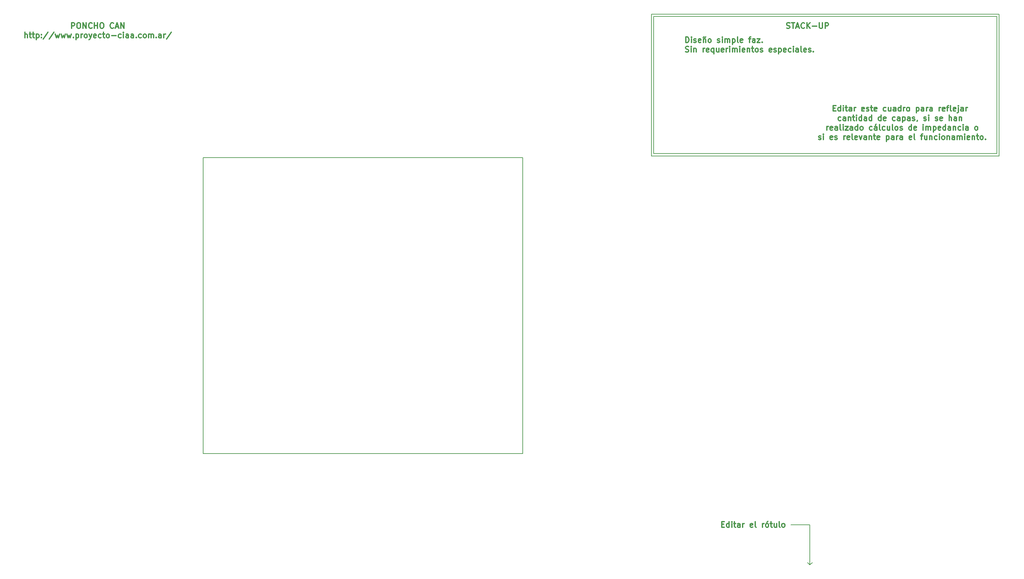
<source format=gbr>
G04 #@! TF.FileFunction,Drawing*
%FSLAX46Y46*%
G04 Gerber Fmt 4.6, Leading zero omitted, Abs format (unit mm)*
G04 Created by KiCad (PCBNEW 4.0.7-e2-6376~58~ubuntu16.04.1) date Thu Oct 11 01:20:23 2018*
%MOMM*%
%LPD*%
G01*
G04 APERTURE LIST*
%ADD10C,0.100000*%
%ADD11C,0.150000*%
%ADD12C,0.200000*%
%ADD13C,0.300000*%
G04 APERTURE END LIST*
D10*
D11*
X151500000Y-133950000D02*
X65800000Y-133950000D01*
X65800000Y-133950000D02*
X65800000Y-54395000D01*
X151500000Y-54395000D02*
X151500000Y-133950000D01*
X65800000Y-54395000D02*
X151500000Y-54395000D01*
D12*
X228600000Y-163830000D02*
X227965000Y-163195000D01*
X229235000Y-163195000D02*
X228600000Y-163830000D01*
X228600000Y-163830000D02*
X229235000Y-163195000D01*
X228600000Y-153035000D02*
X228600000Y-163830000D01*
X223520000Y-153035000D02*
X228600000Y-153035000D01*
D13*
X204931429Y-152927857D02*
X205431429Y-152927857D01*
X205645715Y-153713571D02*
X204931429Y-153713571D01*
X204931429Y-152213571D01*
X205645715Y-152213571D01*
X206931429Y-153713571D02*
X206931429Y-152213571D01*
X206931429Y-153642143D02*
X206788572Y-153713571D01*
X206502858Y-153713571D01*
X206360000Y-153642143D01*
X206288572Y-153570714D01*
X206217143Y-153427857D01*
X206217143Y-152999286D01*
X206288572Y-152856429D01*
X206360000Y-152785000D01*
X206502858Y-152713571D01*
X206788572Y-152713571D01*
X206931429Y-152785000D01*
X207645715Y-153713571D02*
X207645715Y-152713571D01*
X207645715Y-152213571D02*
X207574286Y-152285000D01*
X207645715Y-152356429D01*
X207717143Y-152285000D01*
X207645715Y-152213571D01*
X207645715Y-152356429D01*
X208145715Y-152713571D02*
X208717144Y-152713571D01*
X208360001Y-152213571D02*
X208360001Y-153499286D01*
X208431429Y-153642143D01*
X208574287Y-153713571D01*
X208717144Y-153713571D01*
X209860001Y-153713571D02*
X209860001Y-152927857D01*
X209788572Y-152785000D01*
X209645715Y-152713571D01*
X209360001Y-152713571D01*
X209217144Y-152785000D01*
X209860001Y-153642143D02*
X209717144Y-153713571D01*
X209360001Y-153713571D01*
X209217144Y-153642143D01*
X209145715Y-153499286D01*
X209145715Y-153356429D01*
X209217144Y-153213571D01*
X209360001Y-153142143D01*
X209717144Y-153142143D01*
X209860001Y-153070714D01*
X210574287Y-153713571D02*
X210574287Y-152713571D01*
X210574287Y-152999286D02*
X210645715Y-152856429D01*
X210717144Y-152785000D01*
X210860001Y-152713571D01*
X211002858Y-152713571D01*
X213217143Y-153642143D02*
X213074286Y-153713571D01*
X212788572Y-153713571D01*
X212645715Y-153642143D01*
X212574286Y-153499286D01*
X212574286Y-152927857D01*
X212645715Y-152785000D01*
X212788572Y-152713571D01*
X213074286Y-152713571D01*
X213217143Y-152785000D01*
X213288572Y-152927857D01*
X213288572Y-153070714D01*
X212574286Y-153213571D01*
X214145715Y-153713571D02*
X214002857Y-153642143D01*
X213931429Y-153499286D01*
X213931429Y-152213571D01*
X215860000Y-153713571D02*
X215860000Y-152713571D01*
X215860000Y-152999286D02*
X215931428Y-152856429D01*
X216002857Y-152785000D01*
X216145714Y-152713571D01*
X216288571Y-152713571D01*
X217002857Y-153713571D02*
X216859999Y-153642143D01*
X216788571Y-153570714D01*
X216717142Y-153427857D01*
X216717142Y-152999286D01*
X216788571Y-152856429D01*
X216859999Y-152785000D01*
X217002857Y-152713571D01*
X217217142Y-152713571D01*
X217359999Y-152785000D01*
X217431428Y-152856429D01*
X217502857Y-152999286D01*
X217502857Y-153427857D01*
X217431428Y-153570714D01*
X217359999Y-153642143D01*
X217217142Y-153713571D01*
X217002857Y-153713571D01*
X217288571Y-152142143D02*
X217074285Y-152356429D01*
X217931428Y-152713571D02*
X218502857Y-152713571D01*
X218145714Y-152213571D02*
X218145714Y-153499286D01*
X218217142Y-153642143D01*
X218360000Y-153713571D01*
X218502857Y-153713571D01*
X219645714Y-152713571D02*
X219645714Y-153713571D01*
X219002857Y-152713571D02*
X219002857Y-153499286D01*
X219074285Y-153642143D01*
X219217143Y-153713571D01*
X219431428Y-153713571D01*
X219574285Y-153642143D01*
X219645714Y-153570714D01*
X220574286Y-153713571D02*
X220431428Y-153642143D01*
X220360000Y-153499286D01*
X220360000Y-152213571D01*
X221360000Y-153713571D02*
X221217142Y-153642143D01*
X221145714Y-153570714D01*
X221074285Y-153427857D01*
X221074285Y-152999286D01*
X221145714Y-152856429D01*
X221217142Y-152785000D01*
X221360000Y-152713571D01*
X221574285Y-152713571D01*
X221717142Y-152785000D01*
X221788571Y-152856429D01*
X221860000Y-152999286D01*
X221860000Y-153427857D01*
X221788571Y-153570714D01*
X221717142Y-153642143D01*
X221574285Y-153713571D01*
X221360000Y-153713571D01*
X234865001Y-41152857D02*
X235365001Y-41152857D01*
X235579287Y-41938571D02*
X234865001Y-41938571D01*
X234865001Y-40438571D01*
X235579287Y-40438571D01*
X236865001Y-41938571D02*
X236865001Y-40438571D01*
X236865001Y-41867143D02*
X236722144Y-41938571D01*
X236436430Y-41938571D01*
X236293572Y-41867143D01*
X236222144Y-41795714D01*
X236150715Y-41652857D01*
X236150715Y-41224286D01*
X236222144Y-41081429D01*
X236293572Y-41010000D01*
X236436430Y-40938571D01*
X236722144Y-40938571D01*
X236865001Y-41010000D01*
X237579287Y-41938571D02*
X237579287Y-40938571D01*
X237579287Y-40438571D02*
X237507858Y-40510000D01*
X237579287Y-40581429D01*
X237650715Y-40510000D01*
X237579287Y-40438571D01*
X237579287Y-40581429D01*
X238079287Y-40938571D02*
X238650716Y-40938571D01*
X238293573Y-40438571D02*
X238293573Y-41724286D01*
X238365001Y-41867143D01*
X238507859Y-41938571D01*
X238650716Y-41938571D01*
X239793573Y-41938571D02*
X239793573Y-41152857D01*
X239722144Y-41010000D01*
X239579287Y-40938571D01*
X239293573Y-40938571D01*
X239150716Y-41010000D01*
X239793573Y-41867143D02*
X239650716Y-41938571D01*
X239293573Y-41938571D01*
X239150716Y-41867143D01*
X239079287Y-41724286D01*
X239079287Y-41581429D01*
X239150716Y-41438571D01*
X239293573Y-41367143D01*
X239650716Y-41367143D01*
X239793573Y-41295714D01*
X240507859Y-41938571D02*
X240507859Y-40938571D01*
X240507859Y-41224286D02*
X240579287Y-41081429D01*
X240650716Y-41010000D01*
X240793573Y-40938571D01*
X240936430Y-40938571D01*
X243150715Y-41867143D02*
X243007858Y-41938571D01*
X242722144Y-41938571D01*
X242579287Y-41867143D01*
X242507858Y-41724286D01*
X242507858Y-41152857D01*
X242579287Y-41010000D01*
X242722144Y-40938571D01*
X243007858Y-40938571D01*
X243150715Y-41010000D01*
X243222144Y-41152857D01*
X243222144Y-41295714D01*
X242507858Y-41438571D01*
X243793572Y-41867143D02*
X243936429Y-41938571D01*
X244222144Y-41938571D01*
X244365001Y-41867143D01*
X244436429Y-41724286D01*
X244436429Y-41652857D01*
X244365001Y-41510000D01*
X244222144Y-41438571D01*
X244007858Y-41438571D01*
X243865001Y-41367143D01*
X243793572Y-41224286D01*
X243793572Y-41152857D01*
X243865001Y-41010000D01*
X244007858Y-40938571D01*
X244222144Y-40938571D01*
X244365001Y-41010000D01*
X244865001Y-40938571D02*
X245436430Y-40938571D01*
X245079287Y-40438571D02*
X245079287Y-41724286D01*
X245150715Y-41867143D01*
X245293573Y-41938571D01*
X245436430Y-41938571D01*
X246507858Y-41867143D02*
X246365001Y-41938571D01*
X246079287Y-41938571D01*
X245936430Y-41867143D01*
X245865001Y-41724286D01*
X245865001Y-41152857D01*
X245936430Y-41010000D01*
X246079287Y-40938571D01*
X246365001Y-40938571D01*
X246507858Y-41010000D01*
X246579287Y-41152857D01*
X246579287Y-41295714D01*
X245865001Y-41438571D01*
X249007858Y-41867143D02*
X248865001Y-41938571D01*
X248579287Y-41938571D01*
X248436429Y-41867143D01*
X248365001Y-41795714D01*
X248293572Y-41652857D01*
X248293572Y-41224286D01*
X248365001Y-41081429D01*
X248436429Y-41010000D01*
X248579287Y-40938571D01*
X248865001Y-40938571D01*
X249007858Y-41010000D01*
X250293572Y-40938571D02*
X250293572Y-41938571D01*
X249650715Y-40938571D02*
X249650715Y-41724286D01*
X249722143Y-41867143D01*
X249865001Y-41938571D01*
X250079286Y-41938571D01*
X250222143Y-41867143D01*
X250293572Y-41795714D01*
X251650715Y-41938571D02*
X251650715Y-41152857D01*
X251579286Y-41010000D01*
X251436429Y-40938571D01*
X251150715Y-40938571D01*
X251007858Y-41010000D01*
X251650715Y-41867143D02*
X251507858Y-41938571D01*
X251150715Y-41938571D01*
X251007858Y-41867143D01*
X250936429Y-41724286D01*
X250936429Y-41581429D01*
X251007858Y-41438571D01*
X251150715Y-41367143D01*
X251507858Y-41367143D01*
X251650715Y-41295714D01*
X253007858Y-41938571D02*
X253007858Y-40438571D01*
X253007858Y-41867143D02*
X252865001Y-41938571D01*
X252579287Y-41938571D01*
X252436429Y-41867143D01*
X252365001Y-41795714D01*
X252293572Y-41652857D01*
X252293572Y-41224286D01*
X252365001Y-41081429D01*
X252436429Y-41010000D01*
X252579287Y-40938571D01*
X252865001Y-40938571D01*
X253007858Y-41010000D01*
X253722144Y-41938571D02*
X253722144Y-40938571D01*
X253722144Y-41224286D02*
X253793572Y-41081429D01*
X253865001Y-41010000D01*
X254007858Y-40938571D01*
X254150715Y-40938571D01*
X254865001Y-41938571D02*
X254722143Y-41867143D01*
X254650715Y-41795714D01*
X254579286Y-41652857D01*
X254579286Y-41224286D01*
X254650715Y-41081429D01*
X254722143Y-41010000D01*
X254865001Y-40938571D01*
X255079286Y-40938571D01*
X255222143Y-41010000D01*
X255293572Y-41081429D01*
X255365001Y-41224286D01*
X255365001Y-41652857D01*
X255293572Y-41795714D01*
X255222143Y-41867143D01*
X255079286Y-41938571D01*
X254865001Y-41938571D01*
X257150715Y-40938571D02*
X257150715Y-42438571D01*
X257150715Y-41010000D02*
X257293572Y-40938571D01*
X257579286Y-40938571D01*
X257722143Y-41010000D01*
X257793572Y-41081429D01*
X257865001Y-41224286D01*
X257865001Y-41652857D01*
X257793572Y-41795714D01*
X257722143Y-41867143D01*
X257579286Y-41938571D01*
X257293572Y-41938571D01*
X257150715Y-41867143D01*
X259150715Y-41938571D02*
X259150715Y-41152857D01*
X259079286Y-41010000D01*
X258936429Y-40938571D01*
X258650715Y-40938571D01*
X258507858Y-41010000D01*
X259150715Y-41867143D02*
X259007858Y-41938571D01*
X258650715Y-41938571D01*
X258507858Y-41867143D01*
X258436429Y-41724286D01*
X258436429Y-41581429D01*
X258507858Y-41438571D01*
X258650715Y-41367143D01*
X259007858Y-41367143D01*
X259150715Y-41295714D01*
X259865001Y-41938571D02*
X259865001Y-40938571D01*
X259865001Y-41224286D02*
X259936429Y-41081429D01*
X260007858Y-41010000D01*
X260150715Y-40938571D01*
X260293572Y-40938571D01*
X261436429Y-41938571D02*
X261436429Y-41152857D01*
X261365000Y-41010000D01*
X261222143Y-40938571D01*
X260936429Y-40938571D01*
X260793572Y-41010000D01*
X261436429Y-41867143D02*
X261293572Y-41938571D01*
X260936429Y-41938571D01*
X260793572Y-41867143D01*
X260722143Y-41724286D01*
X260722143Y-41581429D01*
X260793572Y-41438571D01*
X260936429Y-41367143D01*
X261293572Y-41367143D01*
X261436429Y-41295714D01*
X263293572Y-41938571D02*
X263293572Y-40938571D01*
X263293572Y-41224286D02*
X263365000Y-41081429D01*
X263436429Y-41010000D01*
X263579286Y-40938571D01*
X263722143Y-40938571D01*
X264793571Y-41867143D02*
X264650714Y-41938571D01*
X264365000Y-41938571D01*
X264222143Y-41867143D01*
X264150714Y-41724286D01*
X264150714Y-41152857D01*
X264222143Y-41010000D01*
X264365000Y-40938571D01*
X264650714Y-40938571D01*
X264793571Y-41010000D01*
X264865000Y-41152857D01*
X264865000Y-41295714D01*
X264150714Y-41438571D01*
X265293571Y-40938571D02*
X265865000Y-40938571D01*
X265507857Y-41938571D02*
X265507857Y-40652857D01*
X265579285Y-40510000D01*
X265722143Y-40438571D01*
X265865000Y-40438571D01*
X266579286Y-41938571D02*
X266436428Y-41867143D01*
X266365000Y-41724286D01*
X266365000Y-40438571D01*
X267722142Y-41867143D02*
X267579285Y-41938571D01*
X267293571Y-41938571D01*
X267150714Y-41867143D01*
X267079285Y-41724286D01*
X267079285Y-41152857D01*
X267150714Y-41010000D01*
X267293571Y-40938571D01*
X267579285Y-40938571D01*
X267722142Y-41010000D01*
X267793571Y-41152857D01*
X267793571Y-41295714D01*
X267079285Y-41438571D01*
X268436428Y-40938571D02*
X268436428Y-42224286D01*
X268364999Y-42367143D01*
X268222142Y-42438571D01*
X268150714Y-42438571D01*
X268436428Y-40438571D02*
X268364999Y-40510000D01*
X268436428Y-40581429D01*
X268507856Y-40510000D01*
X268436428Y-40438571D01*
X268436428Y-40581429D01*
X269793571Y-41938571D02*
X269793571Y-41152857D01*
X269722142Y-41010000D01*
X269579285Y-40938571D01*
X269293571Y-40938571D01*
X269150714Y-41010000D01*
X269793571Y-41867143D02*
X269650714Y-41938571D01*
X269293571Y-41938571D01*
X269150714Y-41867143D01*
X269079285Y-41724286D01*
X269079285Y-41581429D01*
X269150714Y-41438571D01*
X269293571Y-41367143D01*
X269650714Y-41367143D01*
X269793571Y-41295714D01*
X270507857Y-41938571D02*
X270507857Y-40938571D01*
X270507857Y-41224286D02*
X270579285Y-41081429D01*
X270650714Y-41010000D01*
X270793571Y-40938571D01*
X270936428Y-40938571D01*
X236900714Y-44417143D02*
X236757857Y-44488571D01*
X236472143Y-44488571D01*
X236329285Y-44417143D01*
X236257857Y-44345714D01*
X236186428Y-44202857D01*
X236186428Y-43774286D01*
X236257857Y-43631429D01*
X236329285Y-43560000D01*
X236472143Y-43488571D01*
X236757857Y-43488571D01*
X236900714Y-43560000D01*
X238186428Y-44488571D02*
X238186428Y-43702857D01*
X238114999Y-43560000D01*
X237972142Y-43488571D01*
X237686428Y-43488571D01*
X237543571Y-43560000D01*
X238186428Y-44417143D02*
X238043571Y-44488571D01*
X237686428Y-44488571D01*
X237543571Y-44417143D01*
X237472142Y-44274286D01*
X237472142Y-44131429D01*
X237543571Y-43988571D01*
X237686428Y-43917143D01*
X238043571Y-43917143D01*
X238186428Y-43845714D01*
X238900714Y-43488571D02*
X238900714Y-44488571D01*
X238900714Y-43631429D02*
X238972142Y-43560000D01*
X239115000Y-43488571D01*
X239329285Y-43488571D01*
X239472142Y-43560000D01*
X239543571Y-43702857D01*
X239543571Y-44488571D01*
X240043571Y-43488571D02*
X240615000Y-43488571D01*
X240257857Y-42988571D02*
X240257857Y-44274286D01*
X240329285Y-44417143D01*
X240472143Y-44488571D01*
X240615000Y-44488571D01*
X241115000Y-44488571D02*
X241115000Y-43488571D01*
X241115000Y-42988571D02*
X241043571Y-43060000D01*
X241115000Y-43131429D01*
X241186428Y-43060000D01*
X241115000Y-42988571D01*
X241115000Y-43131429D01*
X242472143Y-44488571D02*
X242472143Y-42988571D01*
X242472143Y-44417143D02*
X242329286Y-44488571D01*
X242043572Y-44488571D01*
X241900714Y-44417143D01*
X241829286Y-44345714D01*
X241757857Y-44202857D01*
X241757857Y-43774286D01*
X241829286Y-43631429D01*
X241900714Y-43560000D01*
X242043572Y-43488571D01*
X242329286Y-43488571D01*
X242472143Y-43560000D01*
X243829286Y-44488571D02*
X243829286Y-43702857D01*
X243757857Y-43560000D01*
X243615000Y-43488571D01*
X243329286Y-43488571D01*
X243186429Y-43560000D01*
X243829286Y-44417143D02*
X243686429Y-44488571D01*
X243329286Y-44488571D01*
X243186429Y-44417143D01*
X243115000Y-44274286D01*
X243115000Y-44131429D01*
X243186429Y-43988571D01*
X243329286Y-43917143D01*
X243686429Y-43917143D01*
X243829286Y-43845714D01*
X245186429Y-44488571D02*
X245186429Y-42988571D01*
X245186429Y-44417143D02*
X245043572Y-44488571D01*
X244757858Y-44488571D01*
X244615000Y-44417143D01*
X244543572Y-44345714D01*
X244472143Y-44202857D01*
X244472143Y-43774286D01*
X244543572Y-43631429D01*
X244615000Y-43560000D01*
X244757858Y-43488571D01*
X245043572Y-43488571D01*
X245186429Y-43560000D01*
X247686429Y-44488571D02*
X247686429Y-42988571D01*
X247686429Y-44417143D02*
X247543572Y-44488571D01*
X247257858Y-44488571D01*
X247115000Y-44417143D01*
X247043572Y-44345714D01*
X246972143Y-44202857D01*
X246972143Y-43774286D01*
X247043572Y-43631429D01*
X247115000Y-43560000D01*
X247257858Y-43488571D01*
X247543572Y-43488571D01*
X247686429Y-43560000D01*
X248972143Y-44417143D02*
X248829286Y-44488571D01*
X248543572Y-44488571D01*
X248400715Y-44417143D01*
X248329286Y-44274286D01*
X248329286Y-43702857D01*
X248400715Y-43560000D01*
X248543572Y-43488571D01*
X248829286Y-43488571D01*
X248972143Y-43560000D01*
X249043572Y-43702857D01*
X249043572Y-43845714D01*
X248329286Y-43988571D01*
X251472143Y-44417143D02*
X251329286Y-44488571D01*
X251043572Y-44488571D01*
X250900714Y-44417143D01*
X250829286Y-44345714D01*
X250757857Y-44202857D01*
X250757857Y-43774286D01*
X250829286Y-43631429D01*
X250900714Y-43560000D01*
X251043572Y-43488571D01*
X251329286Y-43488571D01*
X251472143Y-43560000D01*
X252757857Y-44488571D02*
X252757857Y-43702857D01*
X252686428Y-43560000D01*
X252543571Y-43488571D01*
X252257857Y-43488571D01*
X252115000Y-43560000D01*
X252757857Y-44417143D02*
X252615000Y-44488571D01*
X252257857Y-44488571D01*
X252115000Y-44417143D01*
X252043571Y-44274286D01*
X252043571Y-44131429D01*
X252115000Y-43988571D01*
X252257857Y-43917143D01*
X252615000Y-43917143D01*
X252757857Y-43845714D01*
X253472143Y-43488571D02*
X253472143Y-44988571D01*
X253472143Y-43560000D02*
X253615000Y-43488571D01*
X253900714Y-43488571D01*
X254043571Y-43560000D01*
X254115000Y-43631429D01*
X254186429Y-43774286D01*
X254186429Y-44202857D01*
X254115000Y-44345714D01*
X254043571Y-44417143D01*
X253900714Y-44488571D01*
X253615000Y-44488571D01*
X253472143Y-44417143D01*
X255472143Y-44488571D02*
X255472143Y-43702857D01*
X255400714Y-43560000D01*
X255257857Y-43488571D01*
X254972143Y-43488571D01*
X254829286Y-43560000D01*
X255472143Y-44417143D02*
X255329286Y-44488571D01*
X254972143Y-44488571D01*
X254829286Y-44417143D01*
X254757857Y-44274286D01*
X254757857Y-44131429D01*
X254829286Y-43988571D01*
X254972143Y-43917143D01*
X255329286Y-43917143D01*
X255472143Y-43845714D01*
X256115000Y-44417143D02*
X256257857Y-44488571D01*
X256543572Y-44488571D01*
X256686429Y-44417143D01*
X256757857Y-44274286D01*
X256757857Y-44202857D01*
X256686429Y-44060000D01*
X256543572Y-43988571D01*
X256329286Y-43988571D01*
X256186429Y-43917143D01*
X256115000Y-43774286D01*
X256115000Y-43702857D01*
X256186429Y-43560000D01*
X256329286Y-43488571D01*
X256543572Y-43488571D01*
X256686429Y-43560000D01*
X257472143Y-44417143D02*
X257472143Y-44488571D01*
X257400715Y-44631429D01*
X257329286Y-44702857D01*
X259186429Y-44417143D02*
X259329286Y-44488571D01*
X259615001Y-44488571D01*
X259757858Y-44417143D01*
X259829286Y-44274286D01*
X259829286Y-44202857D01*
X259757858Y-44060000D01*
X259615001Y-43988571D01*
X259400715Y-43988571D01*
X259257858Y-43917143D01*
X259186429Y-43774286D01*
X259186429Y-43702857D01*
X259257858Y-43560000D01*
X259400715Y-43488571D01*
X259615001Y-43488571D01*
X259757858Y-43560000D01*
X260472144Y-44488571D02*
X260472144Y-43488571D01*
X260472144Y-42988571D02*
X260400715Y-43060000D01*
X260472144Y-43131429D01*
X260543572Y-43060000D01*
X260472144Y-42988571D01*
X260472144Y-43131429D01*
X262257858Y-44417143D02*
X262400715Y-44488571D01*
X262686430Y-44488571D01*
X262829287Y-44417143D01*
X262900715Y-44274286D01*
X262900715Y-44202857D01*
X262829287Y-44060000D01*
X262686430Y-43988571D01*
X262472144Y-43988571D01*
X262329287Y-43917143D01*
X262257858Y-43774286D01*
X262257858Y-43702857D01*
X262329287Y-43560000D01*
X262472144Y-43488571D01*
X262686430Y-43488571D01*
X262829287Y-43560000D01*
X264115001Y-44417143D02*
X263972144Y-44488571D01*
X263686430Y-44488571D01*
X263543573Y-44417143D01*
X263472144Y-44274286D01*
X263472144Y-43702857D01*
X263543573Y-43560000D01*
X263686430Y-43488571D01*
X263972144Y-43488571D01*
X264115001Y-43560000D01*
X264186430Y-43702857D01*
X264186430Y-43845714D01*
X263472144Y-43988571D01*
X265972144Y-44488571D02*
X265972144Y-42988571D01*
X266615001Y-44488571D02*
X266615001Y-43702857D01*
X266543572Y-43560000D01*
X266400715Y-43488571D01*
X266186430Y-43488571D01*
X266043572Y-43560000D01*
X265972144Y-43631429D01*
X267972144Y-44488571D02*
X267972144Y-43702857D01*
X267900715Y-43560000D01*
X267757858Y-43488571D01*
X267472144Y-43488571D01*
X267329287Y-43560000D01*
X267972144Y-44417143D02*
X267829287Y-44488571D01*
X267472144Y-44488571D01*
X267329287Y-44417143D01*
X267257858Y-44274286D01*
X267257858Y-44131429D01*
X267329287Y-43988571D01*
X267472144Y-43917143D01*
X267829287Y-43917143D01*
X267972144Y-43845714D01*
X268686430Y-43488571D02*
X268686430Y-44488571D01*
X268686430Y-43631429D02*
X268757858Y-43560000D01*
X268900716Y-43488571D01*
X269115001Y-43488571D01*
X269257858Y-43560000D01*
X269329287Y-43702857D01*
X269329287Y-44488571D01*
X233150715Y-47038571D02*
X233150715Y-46038571D01*
X233150715Y-46324286D02*
X233222143Y-46181429D01*
X233293572Y-46110000D01*
X233436429Y-46038571D01*
X233579286Y-46038571D01*
X234650714Y-46967143D02*
X234507857Y-47038571D01*
X234222143Y-47038571D01*
X234079286Y-46967143D01*
X234007857Y-46824286D01*
X234007857Y-46252857D01*
X234079286Y-46110000D01*
X234222143Y-46038571D01*
X234507857Y-46038571D01*
X234650714Y-46110000D01*
X234722143Y-46252857D01*
X234722143Y-46395714D01*
X234007857Y-46538571D01*
X236007857Y-47038571D02*
X236007857Y-46252857D01*
X235936428Y-46110000D01*
X235793571Y-46038571D01*
X235507857Y-46038571D01*
X235365000Y-46110000D01*
X236007857Y-46967143D02*
X235865000Y-47038571D01*
X235507857Y-47038571D01*
X235365000Y-46967143D01*
X235293571Y-46824286D01*
X235293571Y-46681429D01*
X235365000Y-46538571D01*
X235507857Y-46467143D01*
X235865000Y-46467143D01*
X236007857Y-46395714D01*
X236936429Y-47038571D02*
X236793571Y-46967143D01*
X236722143Y-46824286D01*
X236722143Y-45538571D01*
X237507857Y-47038571D02*
X237507857Y-46038571D01*
X237507857Y-45538571D02*
X237436428Y-45610000D01*
X237507857Y-45681429D01*
X237579285Y-45610000D01*
X237507857Y-45538571D01*
X237507857Y-45681429D01*
X238079286Y-46038571D02*
X238865000Y-46038571D01*
X238079286Y-47038571D01*
X238865000Y-47038571D01*
X240079286Y-47038571D02*
X240079286Y-46252857D01*
X240007857Y-46110000D01*
X239865000Y-46038571D01*
X239579286Y-46038571D01*
X239436429Y-46110000D01*
X240079286Y-46967143D02*
X239936429Y-47038571D01*
X239579286Y-47038571D01*
X239436429Y-46967143D01*
X239365000Y-46824286D01*
X239365000Y-46681429D01*
X239436429Y-46538571D01*
X239579286Y-46467143D01*
X239936429Y-46467143D01*
X240079286Y-46395714D01*
X241436429Y-47038571D02*
X241436429Y-45538571D01*
X241436429Y-46967143D02*
X241293572Y-47038571D01*
X241007858Y-47038571D01*
X240865000Y-46967143D01*
X240793572Y-46895714D01*
X240722143Y-46752857D01*
X240722143Y-46324286D01*
X240793572Y-46181429D01*
X240865000Y-46110000D01*
X241007858Y-46038571D01*
X241293572Y-46038571D01*
X241436429Y-46110000D01*
X242365001Y-47038571D02*
X242222143Y-46967143D01*
X242150715Y-46895714D01*
X242079286Y-46752857D01*
X242079286Y-46324286D01*
X242150715Y-46181429D01*
X242222143Y-46110000D01*
X242365001Y-46038571D01*
X242579286Y-46038571D01*
X242722143Y-46110000D01*
X242793572Y-46181429D01*
X242865001Y-46324286D01*
X242865001Y-46752857D01*
X242793572Y-46895714D01*
X242722143Y-46967143D01*
X242579286Y-47038571D01*
X242365001Y-47038571D01*
X245293572Y-46967143D02*
X245150715Y-47038571D01*
X244865001Y-47038571D01*
X244722143Y-46967143D01*
X244650715Y-46895714D01*
X244579286Y-46752857D01*
X244579286Y-46324286D01*
X244650715Y-46181429D01*
X244722143Y-46110000D01*
X244865001Y-46038571D01*
X245150715Y-46038571D01*
X245293572Y-46110000D01*
X246579286Y-47038571D02*
X246579286Y-46252857D01*
X246507857Y-46110000D01*
X246365000Y-46038571D01*
X246079286Y-46038571D01*
X245936429Y-46110000D01*
X246579286Y-46967143D02*
X246436429Y-47038571D01*
X246079286Y-47038571D01*
X245936429Y-46967143D01*
X245865000Y-46824286D01*
X245865000Y-46681429D01*
X245936429Y-46538571D01*
X246079286Y-46467143D01*
X246436429Y-46467143D01*
X246579286Y-46395714D01*
X246365000Y-45467143D02*
X246150715Y-45681429D01*
X247507858Y-47038571D02*
X247365000Y-46967143D01*
X247293572Y-46824286D01*
X247293572Y-45538571D01*
X248722143Y-46967143D02*
X248579286Y-47038571D01*
X248293572Y-47038571D01*
X248150714Y-46967143D01*
X248079286Y-46895714D01*
X248007857Y-46752857D01*
X248007857Y-46324286D01*
X248079286Y-46181429D01*
X248150714Y-46110000D01*
X248293572Y-46038571D01*
X248579286Y-46038571D01*
X248722143Y-46110000D01*
X250007857Y-46038571D02*
X250007857Y-47038571D01*
X249365000Y-46038571D02*
X249365000Y-46824286D01*
X249436428Y-46967143D01*
X249579286Y-47038571D01*
X249793571Y-47038571D01*
X249936428Y-46967143D01*
X250007857Y-46895714D01*
X250936429Y-47038571D02*
X250793571Y-46967143D01*
X250722143Y-46824286D01*
X250722143Y-45538571D01*
X251722143Y-47038571D02*
X251579285Y-46967143D01*
X251507857Y-46895714D01*
X251436428Y-46752857D01*
X251436428Y-46324286D01*
X251507857Y-46181429D01*
X251579285Y-46110000D01*
X251722143Y-46038571D01*
X251936428Y-46038571D01*
X252079285Y-46110000D01*
X252150714Y-46181429D01*
X252222143Y-46324286D01*
X252222143Y-46752857D01*
X252150714Y-46895714D01*
X252079285Y-46967143D01*
X251936428Y-47038571D01*
X251722143Y-47038571D01*
X252793571Y-46967143D02*
X252936428Y-47038571D01*
X253222143Y-47038571D01*
X253365000Y-46967143D01*
X253436428Y-46824286D01*
X253436428Y-46752857D01*
X253365000Y-46610000D01*
X253222143Y-46538571D01*
X253007857Y-46538571D01*
X252865000Y-46467143D01*
X252793571Y-46324286D01*
X252793571Y-46252857D01*
X252865000Y-46110000D01*
X253007857Y-46038571D01*
X253222143Y-46038571D01*
X253365000Y-46110000D01*
X255865000Y-47038571D02*
X255865000Y-45538571D01*
X255865000Y-46967143D02*
X255722143Y-47038571D01*
X255436429Y-47038571D01*
X255293571Y-46967143D01*
X255222143Y-46895714D01*
X255150714Y-46752857D01*
X255150714Y-46324286D01*
X255222143Y-46181429D01*
X255293571Y-46110000D01*
X255436429Y-46038571D01*
X255722143Y-46038571D01*
X255865000Y-46110000D01*
X257150714Y-46967143D02*
X257007857Y-47038571D01*
X256722143Y-47038571D01*
X256579286Y-46967143D01*
X256507857Y-46824286D01*
X256507857Y-46252857D01*
X256579286Y-46110000D01*
X256722143Y-46038571D01*
X257007857Y-46038571D01*
X257150714Y-46110000D01*
X257222143Y-46252857D01*
X257222143Y-46395714D01*
X256507857Y-46538571D01*
X259007857Y-47038571D02*
X259007857Y-46038571D01*
X259007857Y-45538571D02*
X258936428Y-45610000D01*
X259007857Y-45681429D01*
X259079285Y-45610000D01*
X259007857Y-45538571D01*
X259007857Y-45681429D01*
X259722143Y-47038571D02*
X259722143Y-46038571D01*
X259722143Y-46181429D02*
X259793571Y-46110000D01*
X259936429Y-46038571D01*
X260150714Y-46038571D01*
X260293571Y-46110000D01*
X260365000Y-46252857D01*
X260365000Y-47038571D01*
X260365000Y-46252857D02*
X260436429Y-46110000D01*
X260579286Y-46038571D01*
X260793571Y-46038571D01*
X260936429Y-46110000D01*
X261007857Y-46252857D01*
X261007857Y-47038571D01*
X261722143Y-46038571D02*
X261722143Y-47538571D01*
X261722143Y-46110000D02*
X261865000Y-46038571D01*
X262150714Y-46038571D01*
X262293571Y-46110000D01*
X262365000Y-46181429D01*
X262436429Y-46324286D01*
X262436429Y-46752857D01*
X262365000Y-46895714D01*
X262293571Y-46967143D01*
X262150714Y-47038571D01*
X261865000Y-47038571D01*
X261722143Y-46967143D01*
X263650714Y-46967143D02*
X263507857Y-47038571D01*
X263222143Y-47038571D01*
X263079286Y-46967143D01*
X263007857Y-46824286D01*
X263007857Y-46252857D01*
X263079286Y-46110000D01*
X263222143Y-46038571D01*
X263507857Y-46038571D01*
X263650714Y-46110000D01*
X263722143Y-46252857D01*
X263722143Y-46395714D01*
X263007857Y-46538571D01*
X265007857Y-47038571D02*
X265007857Y-45538571D01*
X265007857Y-46967143D02*
X264865000Y-47038571D01*
X264579286Y-47038571D01*
X264436428Y-46967143D01*
X264365000Y-46895714D01*
X264293571Y-46752857D01*
X264293571Y-46324286D01*
X264365000Y-46181429D01*
X264436428Y-46110000D01*
X264579286Y-46038571D01*
X264865000Y-46038571D01*
X265007857Y-46110000D01*
X266365000Y-47038571D02*
X266365000Y-46252857D01*
X266293571Y-46110000D01*
X266150714Y-46038571D01*
X265865000Y-46038571D01*
X265722143Y-46110000D01*
X266365000Y-46967143D02*
X266222143Y-47038571D01*
X265865000Y-47038571D01*
X265722143Y-46967143D01*
X265650714Y-46824286D01*
X265650714Y-46681429D01*
X265722143Y-46538571D01*
X265865000Y-46467143D01*
X266222143Y-46467143D01*
X266365000Y-46395714D01*
X267079286Y-46038571D02*
X267079286Y-47038571D01*
X267079286Y-46181429D02*
X267150714Y-46110000D01*
X267293572Y-46038571D01*
X267507857Y-46038571D01*
X267650714Y-46110000D01*
X267722143Y-46252857D01*
X267722143Y-47038571D01*
X269079286Y-46967143D02*
X268936429Y-47038571D01*
X268650715Y-47038571D01*
X268507857Y-46967143D01*
X268436429Y-46895714D01*
X268365000Y-46752857D01*
X268365000Y-46324286D01*
X268436429Y-46181429D01*
X268507857Y-46110000D01*
X268650715Y-46038571D01*
X268936429Y-46038571D01*
X269079286Y-46110000D01*
X269722143Y-47038571D02*
X269722143Y-46038571D01*
X269722143Y-45538571D02*
X269650714Y-45610000D01*
X269722143Y-45681429D01*
X269793571Y-45610000D01*
X269722143Y-45538571D01*
X269722143Y-45681429D01*
X271079286Y-47038571D02*
X271079286Y-46252857D01*
X271007857Y-46110000D01*
X270865000Y-46038571D01*
X270579286Y-46038571D01*
X270436429Y-46110000D01*
X271079286Y-46967143D02*
X270936429Y-47038571D01*
X270579286Y-47038571D01*
X270436429Y-46967143D01*
X270365000Y-46824286D01*
X270365000Y-46681429D01*
X270436429Y-46538571D01*
X270579286Y-46467143D01*
X270936429Y-46467143D01*
X271079286Y-46395714D01*
X273150715Y-47038571D02*
X273007857Y-46967143D01*
X272936429Y-46895714D01*
X272865000Y-46752857D01*
X272865000Y-46324286D01*
X272936429Y-46181429D01*
X273007857Y-46110000D01*
X273150715Y-46038571D01*
X273365000Y-46038571D01*
X273507857Y-46110000D01*
X273579286Y-46181429D01*
X273650715Y-46324286D01*
X273650715Y-46752857D01*
X273579286Y-46895714D01*
X273507857Y-46967143D01*
X273365000Y-47038571D01*
X273150715Y-47038571D01*
X230936429Y-49517143D02*
X231079286Y-49588571D01*
X231365001Y-49588571D01*
X231507858Y-49517143D01*
X231579286Y-49374286D01*
X231579286Y-49302857D01*
X231507858Y-49160000D01*
X231365001Y-49088571D01*
X231150715Y-49088571D01*
X231007858Y-49017143D01*
X230936429Y-48874286D01*
X230936429Y-48802857D01*
X231007858Y-48660000D01*
X231150715Y-48588571D01*
X231365001Y-48588571D01*
X231507858Y-48660000D01*
X232222144Y-49588571D02*
X232222144Y-48588571D01*
X232222144Y-48088571D02*
X232150715Y-48160000D01*
X232222144Y-48231429D01*
X232293572Y-48160000D01*
X232222144Y-48088571D01*
X232222144Y-48231429D01*
X234650715Y-49517143D02*
X234507858Y-49588571D01*
X234222144Y-49588571D01*
X234079287Y-49517143D01*
X234007858Y-49374286D01*
X234007858Y-48802857D01*
X234079287Y-48660000D01*
X234222144Y-48588571D01*
X234507858Y-48588571D01*
X234650715Y-48660000D01*
X234722144Y-48802857D01*
X234722144Y-48945714D01*
X234007858Y-49088571D01*
X235293572Y-49517143D02*
X235436429Y-49588571D01*
X235722144Y-49588571D01*
X235865001Y-49517143D01*
X235936429Y-49374286D01*
X235936429Y-49302857D01*
X235865001Y-49160000D01*
X235722144Y-49088571D01*
X235507858Y-49088571D01*
X235365001Y-49017143D01*
X235293572Y-48874286D01*
X235293572Y-48802857D01*
X235365001Y-48660000D01*
X235507858Y-48588571D01*
X235722144Y-48588571D01*
X235865001Y-48660000D01*
X237722144Y-49588571D02*
X237722144Y-48588571D01*
X237722144Y-48874286D02*
X237793572Y-48731429D01*
X237865001Y-48660000D01*
X238007858Y-48588571D01*
X238150715Y-48588571D01*
X239222143Y-49517143D02*
X239079286Y-49588571D01*
X238793572Y-49588571D01*
X238650715Y-49517143D01*
X238579286Y-49374286D01*
X238579286Y-48802857D01*
X238650715Y-48660000D01*
X238793572Y-48588571D01*
X239079286Y-48588571D01*
X239222143Y-48660000D01*
X239293572Y-48802857D01*
X239293572Y-48945714D01*
X238579286Y-49088571D01*
X240150715Y-49588571D02*
X240007857Y-49517143D01*
X239936429Y-49374286D01*
X239936429Y-48088571D01*
X241293571Y-49517143D02*
X241150714Y-49588571D01*
X240865000Y-49588571D01*
X240722143Y-49517143D01*
X240650714Y-49374286D01*
X240650714Y-48802857D01*
X240722143Y-48660000D01*
X240865000Y-48588571D01*
X241150714Y-48588571D01*
X241293571Y-48660000D01*
X241365000Y-48802857D01*
X241365000Y-48945714D01*
X240650714Y-49088571D01*
X241865000Y-48588571D02*
X242222143Y-49588571D01*
X242579285Y-48588571D01*
X243793571Y-49588571D02*
X243793571Y-48802857D01*
X243722142Y-48660000D01*
X243579285Y-48588571D01*
X243293571Y-48588571D01*
X243150714Y-48660000D01*
X243793571Y-49517143D02*
X243650714Y-49588571D01*
X243293571Y-49588571D01*
X243150714Y-49517143D01*
X243079285Y-49374286D01*
X243079285Y-49231429D01*
X243150714Y-49088571D01*
X243293571Y-49017143D01*
X243650714Y-49017143D01*
X243793571Y-48945714D01*
X244507857Y-48588571D02*
X244507857Y-49588571D01*
X244507857Y-48731429D02*
X244579285Y-48660000D01*
X244722143Y-48588571D01*
X244936428Y-48588571D01*
X245079285Y-48660000D01*
X245150714Y-48802857D01*
X245150714Y-49588571D01*
X245650714Y-48588571D02*
X246222143Y-48588571D01*
X245865000Y-48088571D02*
X245865000Y-49374286D01*
X245936428Y-49517143D01*
X246079286Y-49588571D01*
X246222143Y-49588571D01*
X247293571Y-49517143D02*
X247150714Y-49588571D01*
X246865000Y-49588571D01*
X246722143Y-49517143D01*
X246650714Y-49374286D01*
X246650714Y-48802857D01*
X246722143Y-48660000D01*
X246865000Y-48588571D01*
X247150714Y-48588571D01*
X247293571Y-48660000D01*
X247365000Y-48802857D01*
X247365000Y-48945714D01*
X246650714Y-49088571D01*
X249150714Y-48588571D02*
X249150714Y-50088571D01*
X249150714Y-48660000D02*
X249293571Y-48588571D01*
X249579285Y-48588571D01*
X249722142Y-48660000D01*
X249793571Y-48731429D01*
X249865000Y-48874286D01*
X249865000Y-49302857D01*
X249793571Y-49445714D01*
X249722142Y-49517143D01*
X249579285Y-49588571D01*
X249293571Y-49588571D01*
X249150714Y-49517143D01*
X251150714Y-49588571D02*
X251150714Y-48802857D01*
X251079285Y-48660000D01*
X250936428Y-48588571D01*
X250650714Y-48588571D01*
X250507857Y-48660000D01*
X251150714Y-49517143D02*
X251007857Y-49588571D01*
X250650714Y-49588571D01*
X250507857Y-49517143D01*
X250436428Y-49374286D01*
X250436428Y-49231429D01*
X250507857Y-49088571D01*
X250650714Y-49017143D01*
X251007857Y-49017143D01*
X251150714Y-48945714D01*
X251865000Y-49588571D02*
X251865000Y-48588571D01*
X251865000Y-48874286D02*
X251936428Y-48731429D01*
X252007857Y-48660000D01*
X252150714Y-48588571D01*
X252293571Y-48588571D01*
X253436428Y-49588571D02*
X253436428Y-48802857D01*
X253364999Y-48660000D01*
X253222142Y-48588571D01*
X252936428Y-48588571D01*
X252793571Y-48660000D01*
X253436428Y-49517143D02*
X253293571Y-49588571D01*
X252936428Y-49588571D01*
X252793571Y-49517143D01*
X252722142Y-49374286D01*
X252722142Y-49231429D01*
X252793571Y-49088571D01*
X252936428Y-49017143D01*
X253293571Y-49017143D01*
X253436428Y-48945714D01*
X255864999Y-49517143D02*
X255722142Y-49588571D01*
X255436428Y-49588571D01*
X255293571Y-49517143D01*
X255222142Y-49374286D01*
X255222142Y-48802857D01*
X255293571Y-48660000D01*
X255436428Y-48588571D01*
X255722142Y-48588571D01*
X255864999Y-48660000D01*
X255936428Y-48802857D01*
X255936428Y-48945714D01*
X255222142Y-49088571D01*
X256793571Y-49588571D02*
X256650713Y-49517143D01*
X256579285Y-49374286D01*
X256579285Y-48088571D01*
X258293570Y-48588571D02*
X258864999Y-48588571D01*
X258507856Y-49588571D02*
X258507856Y-48302857D01*
X258579284Y-48160000D01*
X258722142Y-48088571D01*
X258864999Y-48088571D01*
X260007856Y-48588571D02*
X260007856Y-49588571D01*
X259364999Y-48588571D02*
X259364999Y-49374286D01*
X259436427Y-49517143D01*
X259579285Y-49588571D01*
X259793570Y-49588571D01*
X259936427Y-49517143D01*
X260007856Y-49445714D01*
X260722142Y-48588571D02*
X260722142Y-49588571D01*
X260722142Y-48731429D02*
X260793570Y-48660000D01*
X260936428Y-48588571D01*
X261150713Y-48588571D01*
X261293570Y-48660000D01*
X261364999Y-48802857D01*
X261364999Y-49588571D01*
X262722142Y-49517143D02*
X262579285Y-49588571D01*
X262293571Y-49588571D01*
X262150713Y-49517143D01*
X262079285Y-49445714D01*
X262007856Y-49302857D01*
X262007856Y-48874286D01*
X262079285Y-48731429D01*
X262150713Y-48660000D01*
X262293571Y-48588571D01*
X262579285Y-48588571D01*
X262722142Y-48660000D01*
X263364999Y-49588571D02*
X263364999Y-48588571D01*
X263364999Y-48088571D02*
X263293570Y-48160000D01*
X263364999Y-48231429D01*
X263436427Y-48160000D01*
X263364999Y-48088571D01*
X263364999Y-48231429D01*
X264293571Y-49588571D02*
X264150713Y-49517143D01*
X264079285Y-49445714D01*
X264007856Y-49302857D01*
X264007856Y-48874286D01*
X264079285Y-48731429D01*
X264150713Y-48660000D01*
X264293571Y-48588571D01*
X264507856Y-48588571D01*
X264650713Y-48660000D01*
X264722142Y-48731429D01*
X264793571Y-48874286D01*
X264793571Y-49302857D01*
X264722142Y-49445714D01*
X264650713Y-49517143D01*
X264507856Y-49588571D01*
X264293571Y-49588571D01*
X265436428Y-48588571D02*
X265436428Y-49588571D01*
X265436428Y-48731429D02*
X265507856Y-48660000D01*
X265650714Y-48588571D01*
X265864999Y-48588571D01*
X266007856Y-48660000D01*
X266079285Y-48802857D01*
X266079285Y-49588571D01*
X267436428Y-49588571D02*
X267436428Y-48802857D01*
X267364999Y-48660000D01*
X267222142Y-48588571D01*
X266936428Y-48588571D01*
X266793571Y-48660000D01*
X267436428Y-49517143D02*
X267293571Y-49588571D01*
X266936428Y-49588571D01*
X266793571Y-49517143D01*
X266722142Y-49374286D01*
X266722142Y-49231429D01*
X266793571Y-49088571D01*
X266936428Y-49017143D01*
X267293571Y-49017143D01*
X267436428Y-48945714D01*
X268150714Y-49588571D02*
X268150714Y-48588571D01*
X268150714Y-48731429D02*
X268222142Y-48660000D01*
X268365000Y-48588571D01*
X268579285Y-48588571D01*
X268722142Y-48660000D01*
X268793571Y-48802857D01*
X268793571Y-49588571D01*
X268793571Y-48802857D02*
X268865000Y-48660000D01*
X269007857Y-48588571D01*
X269222142Y-48588571D01*
X269365000Y-48660000D01*
X269436428Y-48802857D01*
X269436428Y-49588571D01*
X270150714Y-49588571D02*
X270150714Y-48588571D01*
X270150714Y-48088571D02*
X270079285Y-48160000D01*
X270150714Y-48231429D01*
X270222142Y-48160000D01*
X270150714Y-48088571D01*
X270150714Y-48231429D01*
X271436428Y-49517143D02*
X271293571Y-49588571D01*
X271007857Y-49588571D01*
X270865000Y-49517143D01*
X270793571Y-49374286D01*
X270793571Y-48802857D01*
X270865000Y-48660000D01*
X271007857Y-48588571D01*
X271293571Y-48588571D01*
X271436428Y-48660000D01*
X271507857Y-48802857D01*
X271507857Y-48945714D01*
X270793571Y-49088571D01*
X272150714Y-48588571D02*
X272150714Y-49588571D01*
X272150714Y-48731429D02*
X272222142Y-48660000D01*
X272365000Y-48588571D01*
X272579285Y-48588571D01*
X272722142Y-48660000D01*
X272793571Y-48802857D01*
X272793571Y-49588571D01*
X273293571Y-48588571D02*
X273865000Y-48588571D01*
X273507857Y-48088571D02*
X273507857Y-49374286D01*
X273579285Y-49517143D01*
X273722143Y-49588571D01*
X273865000Y-49588571D01*
X274579286Y-49588571D02*
X274436428Y-49517143D01*
X274365000Y-49445714D01*
X274293571Y-49302857D01*
X274293571Y-48874286D01*
X274365000Y-48731429D01*
X274436428Y-48660000D01*
X274579286Y-48588571D01*
X274793571Y-48588571D01*
X274936428Y-48660000D01*
X275007857Y-48731429D01*
X275079286Y-48874286D01*
X275079286Y-49302857D01*
X275007857Y-49445714D01*
X274936428Y-49517143D01*
X274793571Y-49588571D01*
X274579286Y-49588571D01*
X275722143Y-49445714D02*
X275793571Y-49517143D01*
X275722143Y-49588571D01*
X275650714Y-49517143D01*
X275722143Y-49445714D01*
X275722143Y-49588571D01*
X195302143Y-23533571D02*
X195302143Y-22033571D01*
X195659286Y-22033571D01*
X195873571Y-22105000D01*
X196016429Y-22247857D01*
X196087857Y-22390714D01*
X196159286Y-22676429D01*
X196159286Y-22890714D01*
X196087857Y-23176429D01*
X196016429Y-23319286D01*
X195873571Y-23462143D01*
X195659286Y-23533571D01*
X195302143Y-23533571D01*
X196802143Y-23533571D02*
X196802143Y-22533571D01*
X196802143Y-22033571D02*
X196730714Y-22105000D01*
X196802143Y-22176429D01*
X196873571Y-22105000D01*
X196802143Y-22033571D01*
X196802143Y-22176429D01*
X197445000Y-23462143D02*
X197587857Y-23533571D01*
X197873572Y-23533571D01*
X198016429Y-23462143D01*
X198087857Y-23319286D01*
X198087857Y-23247857D01*
X198016429Y-23105000D01*
X197873572Y-23033571D01*
X197659286Y-23033571D01*
X197516429Y-22962143D01*
X197445000Y-22819286D01*
X197445000Y-22747857D01*
X197516429Y-22605000D01*
X197659286Y-22533571D01*
X197873572Y-22533571D01*
X198016429Y-22605000D01*
X199302143Y-23462143D02*
X199159286Y-23533571D01*
X198873572Y-23533571D01*
X198730715Y-23462143D01*
X198659286Y-23319286D01*
X198659286Y-22747857D01*
X198730715Y-22605000D01*
X198873572Y-22533571D01*
X199159286Y-22533571D01*
X199302143Y-22605000D01*
X199373572Y-22747857D01*
X199373572Y-22890714D01*
X198659286Y-23033571D01*
X200016429Y-22533571D02*
X200016429Y-23533571D01*
X200016429Y-22676429D02*
X200087857Y-22605000D01*
X200230715Y-22533571D01*
X200445000Y-22533571D01*
X200587857Y-22605000D01*
X200659286Y-22747857D01*
X200659286Y-23533571D01*
X199945000Y-22176429D02*
X200016429Y-22105000D01*
X200159286Y-22033571D01*
X200445000Y-22176429D01*
X200587857Y-22105000D01*
X200659286Y-22033571D01*
X201587858Y-23533571D02*
X201445000Y-23462143D01*
X201373572Y-23390714D01*
X201302143Y-23247857D01*
X201302143Y-22819286D01*
X201373572Y-22676429D01*
X201445000Y-22605000D01*
X201587858Y-22533571D01*
X201802143Y-22533571D01*
X201945000Y-22605000D01*
X202016429Y-22676429D01*
X202087858Y-22819286D01*
X202087858Y-23247857D01*
X202016429Y-23390714D01*
X201945000Y-23462143D01*
X201802143Y-23533571D01*
X201587858Y-23533571D01*
X203802143Y-23462143D02*
X203945000Y-23533571D01*
X204230715Y-23533571D01*
X204373572Y-23462143D01*
X204445000Y-23319286D01*
X204445000Y-23247857D01*
X204373572Y-23105000D01*
X204230715Y-23033571D01*
X204016429Y-23033571D01*
X203873572Y-22962143D01*
X203802143Y-22819286D01*
X203802143Y-22747857D01*
X203873572Y-22605000D01*
X204016429Y-22533571D01*
X204230715Y-22533571D01*
X204373572Y-22605000D01*
X205087858Y-23533571D02*
X205087858Y-22533571D01*
X205087858Y-22033571D02*
X205016429Y-22105000D01*
X205087858Y-22176429D01*
X205159286Y-22105000D01*
X205087858Y-22033571D01*
X205087858Y-22176429D01*
X205802144Y-23533571D02*
X205802144Y-22533571D01*
X205802144Y-22676429D02*
X205873572Y-22605000D01*
X206016430Y-22533571D01*
X206230715Y-22533571D01*
X206373572Y-22605000D01*
X206445001Y-22747857D01*
X206445001Y-23533571D01*
X206445001Y-22747857D02*
X206516430Y-22605000D01*
X206659287Y-22533571D01*
X206873572Y-22533571D01*
X207016430Y-22605000D01*
X207087858Y-22747857D01*
X207087858Y-23533571D01*
X207802144Y-22533571D02*
X207802144Y-24033571D01*
X207802144Y-22605000D02*
X207945001Y-22533571D01*
X208230715Y-22533571D01*
X208373572Y-22605000D01*
X208445001Y-22676429D01*
X208516430Y-22819286D01*
X208516430Y-23247857D01*
X208445001Y-23390714D01*
X208373572Y-23462143D01*
X208230715Y-23533571D01*
X207945001Y-23533571D01*
X207802144Y-23462143D01*
X209373573Y-23533571D02*
X209230715Y-23462143D01*
X209159287Y-23319286D01*
X209159287Y-22033571D01*
X210516429Y-23462143D02*
X210373572Y-23533571D01*
X210087858Y-23533571D01*
X209945001Y-23462143D01*
X209873572Y-23319286D01*
X209873572Y-22747857D01*
X209945001Y-22605000D01*
X210087858Y-22533571D01*
X210373572Y-22533571D01*
X210516429Y-22605000D01*
X210587858Y-22747857D01*
X210587858Y-22890714D01*
X209873572Y-23033571D01*
X212159286Y-22533571D02*
X212730715Y-22533571D01*
X212373572Y-23533571D02*
X212373572Y-22247857D01*
X212445000Y-22105000D01*
X212587858Y-22033571D01*
X212730715Y-22033571D01*
X213873572Y-23533571D02*
X213873572Y-22747857D01*
X213802143Y-22605000D01*
X213659286Y-22533571D01*
X213373572Y-22533571D01*
X213230715Y-22605000D01*
X213873572Y-23462143D02*
X213730715Y-23533571D01*
X213373572Y-23533571D01*
X213230715Y-23462143D01*
X213159286Y-23319286D01*
X213159286Y-23176429D01*
X213230715Y-23033571D01*
X213373572Y-22962143D01*
X213730715Y-22962143D01*
X213873572Y-22890714D01*
X214445001Y-22533571D02*
X215230715Y-22533571D01*
X214445001Y-23533571D01*
X215230715Y-23533571D01*
X215802144Y-23390714D02*
X215873572Y-23462143D01*
X215802144Y-23533571D01*
X215730715Y-23462143D01*
X215802144Y-23390714D01*
X215802144Y-23533571D01*
X195230714Y-26012143D02*
X195445000Y-26083571D01*
X195802143Y-26083571D01*
X195945000Y-26012143D01*
X196016429Y-25940714D01*
X196087857Y-25797857D01*
X196087857Y-25655000D01*
X196016429Y-25512143D01*
X195945000Y-25440714D01*
X195802143Y-25369286D01*
X195516429Y-25297857D01*
X195373571Y-25226429D01*
X195302143Y-25155000D01*
X195230714Y-25012143D01*
X195230714Y-24869286D01*
X195302143Y-24726429D01*
X195373571Y-24655000D01*
X195516429Y-24583571D01*
X195873571Y-24583571D01*
X196087857Y-24655000D01*
X196730714Y-26083571D02*
X196730714Y-25083571D01*
X196730714Y-24583571D02*
X196659285Y-24655000D01*
X196730714Y-24726429D01*
X196802142Y-24655000D01*
X196730714Y-24583571D01*
X196730714Y-24726429D01*
X197445000Y-25083571D02*
X197445000Y-26083571D01*
X197445000Y-25226429D02*
X197516428Y-25155000D01*
X197659286Y-25083571D01*
X197873571Y-25083571D01*
X198016428Y-25155000D01*
X198087857Y-25297857D01*
X198087857Y-26083571D01*
X199945000Y-26083571D02*
X199945000Y-25083571D01*
X199945000Y-25369286D02*
X200016428Y-25226429D01*
X200087857Y-25155000D01*
X200230714Y-25083571D01*
X200373571Y-25083571D01*
X201444999Y-26012143D02*
X201302142Y-26083571D01*
X201016428Y-26083571D01*
X200873571Y-26012143D01*
X200802142Y-25869286D01*
X200802142Y-25297857D01*
X200873571Y-25155000D01*
X201016428Y-25083571D01*
X201302142Y-25083571D01*
X201444999Y-25155000D01*
X201516428Y-25297857D01*
X201516428Y-25440714D01*
X200802142Y-25583571D01*
X202802142Y-25083571D02*
X202802142Y-26583571D01*
X202802142Y-26012143D02*
X202659285Y-26083571D01*
X202373571Y-26083571D01*
X202230713Y-26012143D01*
X202159285Y-25940714D01*
X202087856Y-25797857D01*
X202087856Y-25369286D01*
X202159285Y-25226429D01*
X202230713Y-25155000D01*
X202373571Y-25083571D01*
X202659285Y-25083571D01*
X202802142Y-25155000D01*
X204159285Y-25083571D02*
X204159285Y-26083571D01*
X203516428Y-25083571D02*
X203516428Y-25869286D01*
X203587856Y-26012143D01*
X203730714Y-26083571D01*
X203944999Y-26083571D01*
X204087856Y-26012143D01*
X204159285Y-25940714D01*
X205444999Y-26012143D02*
X205302142Y-26083571D01*
X205016428Y-26083571D01*
X204873571Y-26012143D01*
X204802142Y-25869286D01*
X204802142Y-25297857D01*
X204873571Y-25155000D01*
X205016428Y-25083571D01*
X205302142Y-25083571D01*
X205444999Y-25155000D01*
X205516428Y-25297857D01*
X205516428Y-25440714D01*
X204802142Y-25583571D01*
X206159285Y-26083571D02*
X206159285Y-25083571D01*
X206159285Y-25369286D02*
X206230713Y-25226429D01*
X206302142Y-25155000D01*
X206444999Y-25083571D01*
X206587856Y-25083571D01*
X207087856Y-26083571D02*
X207087856Y-25083571D01*
X207087856Y-24583571D02*
X207016427Y-24655000D01*
X207087856Y-24726429D01*
X207159284Y-24655000D01*
X207087856Y-24583571D01*
X207087856Y-24726429D01*
X207802142Y-26083571D02*
X207802142Y-25083571D01*
X207802142Y-25226429D02*
X207873570Y-25155000D01*
X208016428Y-25083571D01*
X208230713Y-25083571D01*
X208373570Y-25155000D01*
X208444999Y-25297857D01*
X208444999Y-26083571D01*
X208444999Y-25297857D02*
X208516428Y-25155000D01*
X208659285Y-25083571D01*
X208873570Y-25083571D01*
X209016428Y-25155000D01*
X209087856Y-25297857D01*
X209087856Y-26083571D01*
X209802142Y-26083571D02*
X209802142Y-25083571D01*
X209802142Y-24583571D02*
X209730713Y-24655000D01*
X209802142Y-24726429D01*
X209873570Y-24655000D01*
X209802142Y-24583571D01*
X209802142Y-24726429D01*
X211087856Y-26012143D02*
X210944999Y-26083571D01*
X210659285Y-26083571D01*
X210516428Y-26012143D01*
X210444999Y-25869286D01*
X210444999Y-25297857D01*
X210516428Y-25155000D01*
X210659285Y-25083571D01*
X210944999Y-25083571D01*
X211087856Y-25155000D01*
X211159285Y-25297857D01*
X211159285Y-25440714D01*
X210444999Y-25583571D01*
X211802142Y-25083571D02*
X211802142Y-26083571D01*
X211802142Y-25226429D02*
X211873570Y-25155000D01*
X212016428Y-25083571D01*
X212230713Y-25083571D01*
X212373570Y-25155000D01*
X212444999Y-25297857D01*
X212444999Y-26083571D01*
X212944999Y-25083571D02*
X213516428Y-25083571D01*
X213159285Y-24583571D02*
X213159285Y-25869286D01*
X213230713Y-26012143D01*
X213373571Y-26083571D01*
X213516428Y-26083571D01*
X214230714Y-26083571D02*
X214087856Y-26012143D01*
X214016428Y-25940714D01*
X213944999Y-25797857D01*
X213944999Y-25369286D01*
X214016428Y-25226429D01*
X214087856Y-25155000D01*
X214230714Y-25083571D01*
X214444999Y-25083571D01*
X214587856Y-25155000D01*
X214659285Y-25226429D01*
X214730714Y-25369286D01*
X214730714Y-25797857D01*
X214659285Y-25940714D01*
X214587856Y-26012143D01*
X214444999Y-26083571D01*
X214230714Y-26083571D01*
X215302142Y-26012143D02*
X215444999Y-26083571D01*
X215730714Y-26083571D01*
X215873571Y-26012143D01*
X215944999Y-25869286D01*
X215944999Y-25797857D01*
X215873571Y-25655000D01*
X215730714Y-25583571D01*
X215516428Y-25583571D01*
X215373571Y-25512143D01*
X215302142Y-25369286D01*
X215302142Y-25297857D01*
X215373571Y-25155000D01*
X215516428Y-25083571D01*
X215730714Y-25083571D01*
X215873571Y-25155000D01*
X218302142Y-26012143D02*
X218159285Y-26083571D01*
X217873571Y-26083571D01*
X217730714Y-26012143D01*
X217659285Y-25869286D01*
X217659285Y-25297857D01*
X217730714Y-25155000D01*
X217873571Y-25083571D01*
X218159285Y-25083571D01*
X218302142Y-25155000D01*
X218373571Y-25297857D01*
X218373571Y-25440714D01*
X217659285Y-25583571D01*
X218944999Y-26012143D02*
X219087856Y-26083571D01*
X219373571Y-26083571D01*
X219516428Y-26012143D01*
X219587856Y-25869286D01*
X219587856Y-25797857D01*
X219516428Y-25655000D01*
X219373571Y-25583571D01*
X219159285Y-25583571D01*
X219016428Y-25512143D01*
X218944999Y-25369286D01*
X218944999Y-25297857D01*
X219016428Y-25155000D01*
X219159285Y-25083571D01*
X219373571Y-25083571D01*
X219516428Y-25155000D01*
X220230714Y-25083571D02*
X220230714Y-26583571D01*
X220230714Y-25155000D02*
X220373571Y-25083571D01*
X220659285Y-25083571D01*
X220802142Y-25155000D01*
X220873571Y-25226429D01*
X220945000Y-25369286D01*
X220945000Y-25797857D01*
X220873571Y-25940714D01*
X220802142Y-26012143D01*
X220659285Y-26083571D01*
X220373571Y-26083571D01*
X220230714Y-26012143D01*
X222159285Y-26012143D02*
X222016428Y-26083571D01*
X221730714Y-26083571D01*
X221587857Y-26012143D01*
X221516428Y-25869286D01*
X221516428Y-25297857D01*
X221587857Y-25155000D01*
X221730714Y-25083571D01*
X222016428Y-25083571D01*
X222159285Y-25155000D01*
X222230714Y-25297857D01*
X222230714Y-25440714D01*
X221516428Y-25583571D01*
X223516428Y-26012143D02*
X223373571Y-26083571D01*
X223087857Y-26083571D01*
X222944999Y-26012143D01*
X222873571Y-25940714D01*
X222802142Y-25797857D01*
X222802142Y-25369286D01*
X222873571Y-25226429D01*
X222944999Y-25155000D01*
X223087857Y-25083571D01*
X223373571Y-25083571D01*
X223516428Y-25155000D01*
X224159285Y-26083571D02*
X224159285Y-25083571D01*
X224159285Y-24583571D02*
X224087856Y-24655000D01*
X224159285Y-24726429D01*
X224230713Y-24655000D01*
X224159285Y-24583571D01*
X224159285Y-24726429D01*
X225516428Y-26083571D02*
X225516428Y-25297857D01*
X225444999Y-25155000D01*
X225302142Y-25083571D01*
X225016428Y-25083571D01*
X224873571Y-25155000D01*
X225516428Y-26012143D02*
X225373571Y-26083571D01*
X225016428Y-26083571D01*
X224873571Y-26012143D01*
X224802142Y-25869286D01*
X224802142Y-25726429D01*
X224873571Y-25583571D01*
X225016428Y-25512143D01*
X225373571Y-25512143D01*
X225516428Y-25440714D01*
X226445000Y-26083571D02*
X226302142Y-26012143D01*
X226230714Y-25869286D01*
X226230714Y-24583571D01*
X227587856Y-26012143D02*
X227444999Y-26083571D01*
X227159285Y-26083571D01*
X227016428Y-26012143D01*
X226944999Y-25869286D01*
X226944999Y-25297857D01*
X227016428Y-25155000D01*
X227159285Y-25083571D01*
X227444999Y-25083571D01*
X227587856Y-25155000D01*
X227659285Y-25297857D01*
X227659285Y-25440714D01*
X226944999Y-25583571D01*
X228230713Y-26012143D02*
X228373570Y-26083571D01*
X228659285Y-26083571D01*
X228802142Y-26012143D01*
X228873570Y-25869286D01*
X228873570Y-25797857D01*
X228802142Y-25655000D01*
X228659285Y-25583571D01*
X228444999Y-25583571D01*
X228302142Y-25512143D01*
X228230713Y-25369286D01*
X228230713Y-25297857D01*
X228302142Y-25155000D01*
X228444999Y-25083571D01*
X228659285Y-25083571D01*
X228802142Y-25155000D01*
X229516428Y-25940714D02*
X229587856Y-26012143D01*
X229516428Y-26083571D01*
X229444999Y-26012143D01*
X229516428Y-25940714D01*
X229516428Y-26083571D01*
X222357857Y-19657143D02*
X222572143Y-19728571D01*
X222929286Y-19728571D01*
X223072143Y-19657143D01*
X223143572Y-19585714D01*
X223215000Y-19442857D01*
X223215000Y-19300000D01*
X223143572Y-19157143D01*
X223072143Y-19085714D01*
X222929286Y-19014286D01*
X222643572Y-18942857D01*
X222500714Y-18871429D01*
X222429286Y-18800000D01*
X222357857Y-18657143D01*
X222357857Y-18514286D01*
X222429286Y-18371429D01*
X222500714Y-18300000D01*
X222643572Y-18228571D01*
X223000714Y-18228571D01*
X223215000Y-18300000D01*
X223643571Y-18228571D02*
X224500714Y-18228571D01*
X224072143Y-19728571D02*
X224072143Y-18228571D01*
X224929285Y-19300000D02*
X225643571Y-19300000D01*
X224786428Y-19728571D02*
X225286428Y-18228571D01*
X225786428Y-19728571D01*
X227143571Y-19585714D02*
X227072142Y-19657143D01*
X226857856Y-19728571D01*
X226714999Y-19728571D01*
X226500714Y-19657143D01*
X226357856Y-19514286D01*
X226286428Y-19371429D01*
X226214999Y-19085714D01*
X226214999Y-18871429D01*
X226286428Y-18585714D01*
X226357856Y-18442857D01*
X226500714Y-18300000D01*
X226714999Y-18228571D01*
X226857856Y-18228571D01*
X227072142Y-18300000D01*
X227143571Y-18371429D01*
X227786428Y-19728571D02*
X227786428Y-18228571D01*
X228643571Y-19728571D02*
X228000714Y-18871429D01*
X228643571Y-18228571D02*
X227786428Y-19085714D01*
X229286428Y-19157143D02*
X230429285Y-19157143D01*
X231143571Y-18228571D02*
X231143571Y-19442857D01*
X231214999Y-19585714D01*
X231286428Y-19657143D01*
X231429285Y-19728571D01*
X231714999Y-19728571D01*
X231857857Y-19657143D01*
X231929285Y-19585714D01*
X232000714Y-19442857D01*
X232000714Y-18228571D01*
X232715000Y-19728571D02*
X232715000Y-18228571D01*
X233286428Y-18228571D01*
X233429286Y-18300000D01*
X233500714Y-18371429D01*
X233572143Y-18514286D01*
X233572143Y-18728571D01*
X233500714Y-18871429D01*
X233429286Y-18942857D01*
X233286428Y-19014286D01*
X232715000Y-19014286D01*
D12*
X278765000Y-16510000D02*
X186690000Y-16510000D01*
X278765000Y-53340000D02*
X278765000Y-16510000D01*
X186690000Y-53340000D02*
X278765000Y-53340000D01*
X186690000Y-16510000D02*
X186690000Y-53340000D01*
X279400000Y-15875000D02*
X186055000Y-15875000D01*
X279400000Y-53975000D02*
X279400000Y-15875000D01*
X186055000Y-53975000D02*
X279400000Y-53975000D01*
X186055000Y-15875000D02*
X186055000Y-53975000D01*
D13*
X30429285Y-19723571D02*
X30429285Y-18223571D01*
X31000713Y-18223571D01*
X31143571Y-18295000D01*
X31214999Y-18366429D01*
X31286428Y-18509286D01*
X31286428Y-18723571D01*
X31214999Y-18866429D01*
X31143571Y-18937857D01*
X31000713Y-19009286D01*
X30429285Y-19009286D01*
X32214999Y-18223571D02*
X32500713Y-18223571D01*
X32643571Y-18295000D01*
X32786428Y-18437857D01*
X32857856Y-18723571D01*
X32857856Y-19223571D01*
X32786428Y-19509286D01*
X32643571Y-19652143D01*
X32500713Y-19723571D01*
X32214999Y-19723571D01*
X32072142Y-19652143D01*
X31929285Y-19509286D01*
X31857856Y-19223571D01*
X31857856Y-18723571D01*
X31929285Y-18437857D01*
X32072142Y-18295000D01*
X32214999Y-18223571D01*
X33500714Y-19723571D02*
X33500714Y-18223571D01*
X34357857Y-19723571D01*
X34357857Y-18223571D01*
X35929286Y-19580714D02*
X35857857Y-19652143D01*
X35643571Y-19723571D01*
X35500714Y-19723571D01*
X35286429Y-19652143D01*
X35143571Y-19509286D01*
X35072143Y-19366429D01*
X35000714Y-19080714D01*
X35000714Y-18866429D01*
X35072143Y-18580714D01*
X35143571Y-18437857D01*
X35286429Y-18295000D01*
X35500714Y-18223571D01*
X35643571Y-18223571D01*
X35857857Y-18295000D01*
X35929286Y-18366429D01*
X36572143Y-19723571D02*
X36572143Y-18223571D01*
X36572143Y-18937857D02*
X37429286Y-18937857D01*
X37429286Y-19723571D02*
X37429286Y-18223571D01*
X38429286Y-18223571D02*
X38715000Y-18223571D01*
X38857858Y-18295000D01*
X39000715Y-18437857D01*
X39072143Y-18723571D01*
X39072143Y-19223571D01*
X39000715Y-19509286D01*
X38857858Y-19652143D01*
X38715000Y-19723571D01*
X38429286Y-19723571D01*
X38286429Y-19652143D01*
X38143572Y-19509286D01*
X38072143Y-19223571D01*
X38072143Y-18723571D01*
X38143572Y-18437857D01*
X38286429Y-18295000D01*
X38429286Y-18223571D01*
X41715001Y-19580714D02*
X41643572Y-19652143D01*
X41429286Y-19723571D01*
X41286429Y-19723571D01*
X41072144Y-19652143D01*
X40929286Y-19509286D01*
X40857858Y-19366429D01*
X40786429Y-19080714D01*
X40786429Y-18866429D01*
X40857858Y-18580714D01*
X40929286Y-18437857D01*
X41072144Y-18295000D01*
X41286429Y-18223571D01*
X41429286Y-18223571D01*
X41643572Y-18295000D01*
X41715001Y-18366429D01*
X42286429Y-19295000D02*
X43000715Y-19295000D01*
X42143572Y-19723571D02*
X42643572Y-18223571D01*
X43143572Y-19723571D01*
X43643572Y-19723571D02*
X43643572Y-18223571D01*
X44500715Y-19723571D01*
X44500715Y-18223571D01*
X17929284Y-22273571D02*
X17929284Y-20773571D01*
X18572141Y-22273571D02*
X18572141Y-21487857D01*
X18500712Y-21345000D01*
X18357855Y-21273571D01*
X18143570Y-21273571D01*
X18000712Y-21345000D01*
X17929284Y-21416429D01*
X19072141Y-21273571D02*
X19643570Y-21273571D01*
X19286427Y-20773571D02*
X19286427Y-22059286D01*
X19357855Y-22202143D01*
X19500713Y-22273571D01*
X19643570Y-22273571D01*
X19929284Y-21273571D02*
X20500713Y-21273571D01*
X20143570Y-20773571D02*
X20143570Y-22059286D01*
X20214998Y-22202143D01*
X20357856Y-22273571D01*
X20500713Y-22273571D01*
X21000713Y-21273571D02*
X21000713Y-22773571D01*
X21000713Y-21345000D02*
X21143570Y-21273571D01*
X21429284Y-21273571D01*
X21572141Y-21345000D01*
X21643570Y-21416429D01*
X21714999Y-21559286D01*
X21714999Y-21987857D01*
X21643570Y-22130714D01*
X21572141Y-22202143D01*
X21429284Y-22273571D01*
X21143570Y-22273571D01*
X21000713Y-22202143D01*
X22357856Y-22130714D02*
X22429284Y-22202143D01*
X22357856Y-22273571D01*
X22286427Y-22202143D01*
X22357856Y-22130714D01*
X22357856Y-22273571D01*
X22357856Y-21345000D02*
X22429284Y-21416429D01*
X22357856Y-21487857D01*
X22286427Y-21416429D01*
X22357856Y-21345000D01*
X22357856Y-21487857D01*
X24143570Y-20702143D02*
X22857856Y-22630714D01*
X25714999Y-20702143D02*
X24429285Y-22630714D01*
X26072143Y-21273571D02*
X26357857Y-22273571D01*
X26643571Y-21559286D01*
X26929286Y-22273571D01*
X27215000Y-21273571D01*
X27643572Y-21273571D02*
X27929286Y-22273571D01*
X28215000Y-21559286D01*
X28500715Y-22273571D01*
X28786429Y-21273571D01*
X29215001Y-21273571D02*
X29500715Y-22273571D01*
X29786429Y-21559286D01*
X30072144Y-22273571D01*
X30357858Y-21273571D01*
X30929287Y-22130714D02*
X31000715Y-22202143D01*
X30929287Y-22273571D01*
X30857858Y-22202143D01*
X30929287Y-22130714D01*
X30929287Y-22273571D01*
X31643573Y-21273571D02*
X31643573Y-22773571D01*
X31643573Y-21345000D02*
X31786430Y-21273571D01*
X32072144Y-21273571D01*
X32215001Y-21345000D01*
X32286430Y-21416429D01*
X32357859Y-21559286D01*
X32357859Y-21987857D01*
X32286430Y-22130714D01*
X32215001Y-22202143D01*
X32072144Y-22273571D01*
X31786430Y-22273571D01*
X31643573Y-22202143D01*
X33000716Y-22273571D02*
X33000716Y-21273571D01*
X33000716Y-21559286D02*
X33072144Y-21416429D01*
X33143573Y-21345000D01*
X33286430Y-21273571D01*
X33429287Y-21273571D01*
X34143573Y-22273571D02*
X34000715Y-22202143D01*
X33929287Y-22130714D01*
X33857858Y-21987857D01*
X33857858Y-21559286D01*
X33929287Y-21416429D01*
X34000715Y-21345000D01*
X34143573Y-21273571D01*
X34357858Y-21273571D01*
X34500715Y-21345000D01*
X34572144Y-21416429D01*
X34643573Y-21559286D01*
X34643573Y-21987857D01*
X34572144Y-22130714D01*
X34500715Y-22202143D01*
X34357858Y-22273571D01*
X34143573Y-22273571D01*
X35143573Y-21273571D02*
X35500716Y-22273571D01*
X35857858Y-21273571D02*
X35500716Y-22273571D01*
X35357858Y-22630714D01*
X35286430Y-22702143D01*
X35143573Y-22773571D01*
X37000715Y-22202143D02*
X36857858Y-22273571D01*
X36572144Y-22273571D01*
X36429287Y-22202143D01*
X36357858Y-22059286D01*
X36357858Y-21487857D01*
X36429287Y-21345000D01*
X36572144Y-21273571D01*
X36857858Y-21273571D01*
X37000715Y-21345000D01*
X37072144Y-21487857D01*
X37072144Y-21630714D01*
X36357858Y-21773571D01*
X38357858Y-22202143D02*
X38215001Y-22273571D01*
X37929287Y-22273571D01*
X37786429Y-22202143D01*
X37715001Y-22130714D01*
X37643572Y-21987857D01*
X37643572Y-21559286D01*
X37715001Y-21416429D01*
X37786429Y-21345000D01*
X37929287Y-21273571D01*
X38215001Y-21273571D01*
X38357858Y-21345000D01*
X38786429Y-21273571D02*
X39357858Y-21273571D01*
X39000715Y-20773571D02*
X39000715Y-22059286D01*
X39072143Y-22202143D01*
X39215001Y-22273571D01*
X39357858Y-22273571D01*
X40072144Y-22273571D02*
X39929286Y-22202143D01*
X39857858Y-22130714D01*
X39786429Y-21987857D01*
X39786429Y-21559286D01*
X39857858Y-21416429D01*
X39929286Y-21345000D01*
X40072144Y-21273571D01*
X40286429Y-21273571D01*
X40429286Y-21345000D01*
X40500715Y-21416429D01*
X40572144Y-21559286D01*
X40572144Y-21987857D01*
X40500715Y-22130714D01*
X40429286Y-22202143D01*
X40286429Y-22273571D01*
X40072144Y-22273571D01*
X41215001Y-21702143D02*
X42357858Y-21702143D01*
X43715001Y-22202143D02*
X43572144Y-22273571D01*
X43286430Y-22273571D01*
X43143572Y-22202143D01*
X43072144Y-22130714D01*
X43000715Y-21987857D01*
X43000715Y-21559286D01*
X43072144Y-21416429D01*
X43143572Y-21345000D01*
X43286430Y-21273571D01*
X43572144Y-21273571D01*
X43715001Y-21345000D01*
X44357858Y-22273571D02*
X44357858Y-21273571D01*
X44357858Y-20773571D02*
X44286429Y-20845000D01*
X44357858Y-20916429D01*
X44429286Y-20845000D01*
X44357858Y-20773571D01*
X44357858Y-20916429D01*
X45715001Y-22273571D02*
X45715001Y-21487857D01*
X45643572Y-21345000D01*
X45500715Y-21273571D01*
X45215001Y-21273571D01*
X45072144Y-21345000D01*
X45715001Y-22202143D02*
X45572144Y-22273571D01*
X45215001Y-22273571D01*
X45072144Y-22202143D01*
X45000715Y-22059286D01*
X45000715Y-21916429D01*
X45072144Y-21773571D01*
X45215001Y-21702143D01*
X45572144Y-21702143D01*
X45715001Y-21630714D01*
X47072144Y-22273571D02*
X47072144Y-21487857D01*
X47000715Y-21345000D01*
X46857858Y-21273571D01*
X46572144Y-21273571D01*
X46429287Y-21345000D01*
X47072144Y-22202143D02*
X46929287Y-22273571D01*
X46572144Y-22273571D01*
X46429287Y-22202143D01*
X46357858Y-22059286D01*
X46357858Y-21916429D01*
X46429287Y-21773571D01*
X46572144Y-21702143D01*
X46929287Y-21702143D01*
X47072144Y-21630714D01*
X47786430Y-22130714D02*
X47857858Y-22202143D01*
X47786430Y-22273571D01*
X47715001Y-22202143D01*
X47786430Y-22130714D01*
X47786430Y-22273571D01*
X49143573Y-22202143D02*
X49000716Y-22273571D01*
X48715002Y-22273571D01*
X48572144Y-22202143D01*
X48500716Y-22130714D01*
X48429287Y-21987857D01*
X48429287Y-21559286D01*
X48500716Y-21416429D01*
X48572144Y-21345000D01*
X48715002Y-21273571D01*
X49000716Y-21273571D01*
X49143573Y-21345000D01*
X50000716Y-22273571D02*
X49857858Y-22202143D01*
X49786430Y-22130714D01*
X49715001Y-21987857D01*
X49715001Y-21559286D01*
X49786430Y-21416429D01*
X49857858Y-21345000D01*
X50000716Y-21273571D01*
X50215001Y-21273571D01*
X50357858Y-21345000D01*
X50429287Y-21416429D01*
X50500716Y-21559286D01*
X50500716Y-21987857D01*
X50429287Y-22130714D01*
X50357858Y-22202143D01*
X50215001Y-22273571D01*
X50000716Y-22273571D01*
X51143573Y-22273571D02*
X51143573Y-21273571D01*
X51143573Y-21416429D02*
X51215001Y-21345000D01*
X51357859Y-21273571D01*
X51572144Y-21273571D01*
X51715001Y-21345000D01*
X51786430Y-21487857D01*
X51786430Y-22273571D01*
X51786430Y-21487857D02*
X51857859Y-21345000D01*
X52000716Y-21273571D01*
X52215001Y-21273571D01*
X52357859Y-21345000D01*
X52429287Y-21487857D01*
X52429287Y-22273571D01*
X53143573Y-22130714D02*
X53215001Y-22202143D01*
X53143573Y-22273571D01*
X53072144Y-22202143D01*
X53143573Y-22130714D01*
X53143573Y-22273571D01*
X54500716Y-22273571D02*
X54500716Y-21487857D01*
X54429287Y-21345000D01*
X54286430Y-21273571D01*
X54000716Y-21273571D01*
X53857859Y-21345000D01*
X54500716Y-22202143D02*
X54357859Y-22273571D01*
X54000716Y-22273571D01*
X53857859Y-22202143D01*
X53786430Y-22059286D01*
X53786430Y-21916429D01*
X53857859Y-21773571D01*
X54000716Y-21702143D01*
X54357859Y-21702143D01*
X54500716Y-21630714D01*
X55215002Y-22273571D02*
X55215002Y-21273571D01*
X55215002Y-21559286D02*
X55286430Y-21416429D01*
X55357859Y-21345000D01*
X55500716Y-21273571D01*
X55643573Y-21273571D01*
X57215001Y-20702143D02*
X55929287Y-22630714D01*
M02*

</source>
